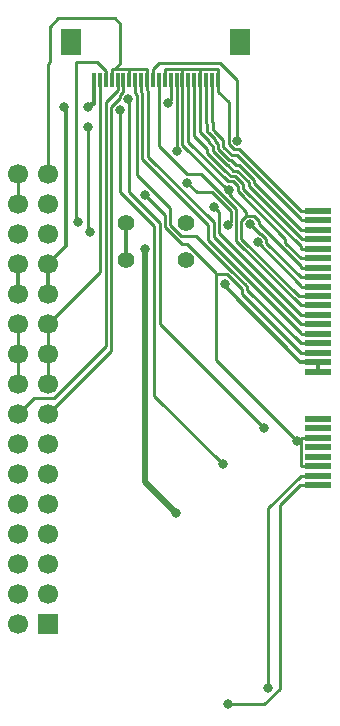
<source format=gbr>
%TF.GenerationSoftware,KiCad,Pcbnew,9.0.2*%
%TF.CreationDate,2025-06-23T14:55:44-04:00*%
%TF.ProjectId,uconsole-expansion-card-template,75636f6e-736f-46c6-952d-657870616e73,0.1*%
%TF.SameCoordinates,Original*%
%TF.FileFunction,Copper,L1,Top*%
%TF.FilePolarity,Positive*%
%FSLAX46Y46*%
G04 Gerber Fmt 4.6, Leading zero omitted, Abs format (unit mm)*
G04 Created by KiCad (PCBNEW 9.0.2) date 2025-06-23 14:55:44*
%MOMM*%
%LPD*%
G01*
G04 APERTURE LIST*
%TA.AperFunction,ComponentPad*%
%ADD10C,1.400000*%
%TD*%
%TA.AperFunction,ConnectorPad*%
%ADD11R,2.300000X0.600000*%
%TD*%
%TA.AperFunction,SMDPad,CuDef*%
%ADD12R,0.300000X1.300000*%
%TD*%
%TA.AperFunction,SMDPad,CuDef*%
%ADD13R,1.800000X2.200000*%
%TD*%
%TA.AperFunction,ComponentPad*%
%ADD14R,1.700000X1.700000*%
%TD*%
%TA.AperFunction,ComponentPad*%
%ADD15C,1.700000*%
%TD*%
%TA.AperFunction,ViaPad*%
%ADD16C,0.800000*%
%TD*%
%TA.AperFunction,Conductor*%
%ADD17C,0.250000*%
%TD*%
%TA.AperFunction,Conductor*%
%ADD18C,0.300000*%
%TD*%
%TA.AperFunction,Conductor*%
%ADD19C,0.500000*%
%TD*%
G04 APERTURE END LIST*
D10*
%TO.P,R2,1*%
%TO.N,+3V3*%
X100210000Y-92750000D03*
%TO.P,R2,2*%
%TO.N,unconnected-(R2-Pad2)*%
X105290000Y-92750000D03*
%TD*%
%TO.P,R1,1*%
%TO.N,+3V3*%
X100210000Y-89600000D03*
%TO.P,R1,2*%
%TO.N,/GPIO45{slash}I2C_SCL*%
X105290000Y-89600000D03*
%TD*%
D11*
%TO.P,U3,1,SPK_LP*%
%TO.N,/SPEAKER_LP*%
X116485000Y-111780000D03*
%TO.P,U3,3,SPK_LN*%
%TO.N,/SPEAKER_LN*%
X116485000Y-110980000D03*
%TO.P,U3,5,GND*%
%TO.N,GND*%
X116485000Y-110180000D03*
%TO.P,U3,7,USB3_DP*%
%TO.N,/USB3_D+*%
X116485000Y-109380000D03*
%TO.P,U3,9,USB3_DM*%
%TO.N,/USB3_D-*%
X116485000Y-108580000D03*
%TO.P,U3,11,GND*%
%TO.N,GND*%
X116485000Y-107780000D03*
%TO.P,U3,13,USB4_DP*%
%TO.N,/USB4_D+*%
X116485000Y-106980000D03*
%TO.P,U3,15,USB4_DM*%
%TO.N,/USB4_D-*%
X116485000Y-106180000D03*
%TO.P,U3,17,3V3*%
%TO.N,+3V3*%
X116485000Y-102180000D03*
%TO.P,U3,19,3V3*%
X116485000Y-101380000D03*
%TO.P,U3,21,GND*%
%TO.N,GND*%
X116485000Y-100580000D03*
%TO.P,U3,23,CAM1_DP3*%
%TO.N,/CAM1_DP3*%
X116485000Y-99780000D03*
%TO.P,U3,25,CAM1_DN3*%
%TO.N,/CAM1_DN3*%
X116485000Y-98980000D03*
%TO.P,U3,27,GND*%
%TO.N,GND*%
X116485000Y-98180000D03*
%TO.P,U3,29,CAM1_DP2*%
%TO.N,/CAM1_DP2*%
X116485000Y-97380000D03*
%TO.P,U3,31,CAM1_DN2*%
%TO.N,/CAM1_DN2*%
X116485000Y-96580000D03*
%TO.P,U3,33,GND*%
%TO.N,GND*%
X116485000Y-95780000D03*
%TO.P,U3,35,CAM1_CP*%
%TO.N,/CAM1_CP*%
X116485000Y-94980000D03*
%TO.P,U3,37,CAM1_CN*%
%TO.N,/CAM1_CN*%
X116485000Y-94180000D03*
%TO.P,U3,39,GND*%
%TO.N,GND*%
X116485000Y-93380000D03*
%TO.P,U3,41,CAM1_DP1*%
%TO.N,/CAM1_DP1*%
X116485000Y-92580000D03*
%TO.P,U3,43,CAM1_DN1*%
%TO.N,/CAM1_DN1*%
X116485000Y-91780000D03*
%TO.P,U3,45,GND*%
%TO.N,GND*%
X116485000Y-90980000D03*
%TO.P,U3,47,CAM1_DP0*%
%TO.N,/CAM1_DP0*%
X116485000Y-90180000D03*
%TO.P,U3,49,CAM1_DN0*%
%TO.N,/CAM1_DN0*%
X116485000Y-89380000D03*
%TO.P,U3,51,GND*%
%TO.N,GND*%
X116485000Y-88580000D03*
%TD*%
D12*
%TO.P,J2,1,Pin_1*%
%TO.N,GND*%
X108000000Y-77500000D03*
%TO.P,J2,2,Pin_2*%
%TO.N,/CAM1_DN0*%
X107500000Y-77500000D03*
%TO.P,J2,3,Pin_3*%
%TO.N,/CAM1_DP0*%
X107000000Y-77500000D03*
%TO.P,J2,4,Pin_4*%
%TO.N,GND*%
X106500000Y-77500000D03*
%TO.P,J2,5,Pin_5*%
%TO.N,/CAM1_DN1*%
X106000000Y-77500000D03*
%TO.P,J2,6,Pin_6*%
%TO.N,/CAM1_DP1*%
X105500000Y-77500000D03*
%TO.P,J2,7,Pin_7*%
%TO.N,GND*%
X105000000Y-77500000D03*
%TO.P,J2,8,Pin_8*%
%TO.N,/CAM1_CN*%
X104500000Y-77500000D03*
%TO.P,J2,9,Pin_9*%
%TO.N,/CAM1_CP*%
X104000000Y-77500000D03*
%TO.P,J2,10,Pin_10*%
%TO.N,GND*%
X103500000Y-77500000D03*
%TO.P,J2,11,Pin_11*%
%TO.N,/CAM1_DN2*%
X103000000Y-77500000D03*
%TO.P,J2,12,Pin_12*%
%TO.N,/CAM1_DP2*%
X102500000Y-77500000D03*
%TO.P,J2,13,Pin_13*%
%TO.N,GND*%
X102000000Y-77500000D03*
%TO.P,J2,14,Pin_14*%
%TO.N,/CAM1_DN3*%
X101500000Y-77500000D03*
%TO.P,J2,15,Pin_15*%
%TO.N,/CAM1_DP3*%
X101000000Y-77500000D03*
%TO.P,J2,16,Pin_16*%
%TO.N,GND*%
X100500000Y-77500000D03*
%TO.P,J2,17,Pin_17*%
%TO.N,/GPIO42{slash}CAM_EN*%
X100000000Y-77500000D03*
%TO.P,J2,18,Pin_18*%
%TO.N,/GPIO43{slash}CAM_LED*%
X99500000Y-77500000D03*
%TO.P,J2,19,Pin_19*%
%TO.N,GND*%
X99000000Y-77500000D03*
%TO.P,J2,20,Pin_20*%
%TO.N,/GPIO45{slash}I2C_SCL*%
X98500000Y-77500000D03*
%TO.P,J2,21,Pin_21*%
%TO.N,/GPIO44{slash}I2C_SDA*%
X98000000Y-77500000D03*
%TO.P,J2,22,Pin_22*%
%TO.N,+3V3*%
X97500000Y-77500000D03*
D13*
%TO.P,J2,MP*%
%TO.N,N/C*%
X109900000Y-74250000D03*
X95600000Y-74250000D03*
%TD*%
D14*
%TO.P,J1,1,Pin_1*%
%TO.N,/GPIO28*%
X93625000Y-123550000D03*
D15*
%TO.P,J1,2,Pin_2*%
%TO.N,/GPIO29*%
X91085000Y-123550000D03*
%TO.P,J1,3,Pin_3*%
%TO.N,/GPIO30*%
X93625000Y-121010000D03*
%TO.P,J1,4,Pin_4*%
%TO.N,/GPIO31*%
X91085000Y-121010000D03*
%TO.P,J1,5,Pin_5*%
%TO.N,/GPIO32*%
X93625000Y-118470000D03*
%TO.P,J1,6,Pin_6*%
%TO.N,/GPIO33*%
X91085000Y-118470000D03*
%TO.P,J1,7,Pin_7*%
%TO.N,/GPIO34*%
X93625000Y-115930000D03*
%TO.P,J1,8,Pin_8*%
%TO.N,/GPIO35*%
X91085000Y-115930000D03*
%TO.P,J1,9,Pin_9*%
%TO.N,/GPIO36*%
X93625000Y-113390000D03*
%TO.P,J1,10,Pin_10*%
%TO.N,/GPIO37*%
X91085000Y-113390000D03*
%TO.P,J1,11,Pin_11*%
%TO.N,/GPIO38*%
X93625000Y-110850000D03*
%TO.P,J1,12,Pin_12*%
%TO.N,/GPIO39*%
X91085000Y-110850000D03*
%TO.P,J1,13,Pin_13*%
%TO.N,/GPIO40*%
X93625000Y-108310000D03*
%TO.P,J1,14,Pin_14*%
%TO.N,/GPIO41*%
X91085000Y-108310000D03*
%TO.P,J1,15,Pin_15*%
%TO.N,/GPIO42{slash}CAM_EN*%
X93625000Y-105770000D03*
%TO.P,J1,16,Pin_16*%
%TO.N,/GPIO43{slash}CAM_LED*%
X91085000Y-105770000D03*
%TO.P,J1,17,Pin_17*%
%TO.N,/GPIO44{slash}I2C_SDA*%
X93625000Y-103230000D03*
%TO.P,J1,18,Pin_18*%
%TO.N,/GPIO45{slash}I2C_SCL*%
X91085000Y-103230000D03*
%TO.P,J1,19,Pin_19*%
%TO.N,/GPIO44{slash}I2C_SDA*%
X93625000Y-100690000D03*
%TO.P,J1,20,Pin_20*%
%TO.N,/GPIO45{slash}I2C_SCL*%
X91085000Y-100690000D03*
%TO.P,J1,21,Pin_21*%
%TO.N,/GPIO44{slash}I2C_SDA*%
X93625000Y-98150000D03*
%TO.P,J1,22,Pin_22*%
%TO.N,/GPIO45{slash}I2C_SCL*%
X91085000Y-98150000D03*
%TO.P,J1,23,Pin_23*%
%TO.N,+3V3*%
X93625000Y-95610000D03*
%TO.P,J1,24,Pin_24*%
X91085000Y-95610000D03*
%TO.P,J1,25,Pin_25*%
X93625000Y-93070000D03*
%TO.P,J1,26,Pin_26*%
X91085000Y-93070000D03*
%TO.P,J1,27,Pin_27*%
%TO.N,+5V*%
X93625000Y-90530000D03*
%TO.P,J1,28,Pin_28*%
X91085000Y-90530000D03*
%TO.P,J1,29,Pin_29*%
%TO.N,GND*%
X93625000Y-87990000D03*
%TO.P,J1,30,Pin_30*%
X91085000Y-87990000D03*
%TO.P,J1,31,Pin_31*%
X93625000Y-85450000D03*
%TO.P,J1,32,Pin_32*%
X91085000Y-85450000D03*
%TD*%
D16*
%TO.N,+3V3*%
X97000000Y-79750000D03*
%TO.N,/GPIO45{slash}I2C_SCL*%
X96175000Y-89473500D03*
%TO.N,+3V3*%
X108562600Y-94761400D03*
X95000000Y-79750000D03*
%TO.N,GND*%
X114706400Y-108045400D03*
X101832400Y-87210400D03*
X108964000Y-86793900D03*
%TO.N,+5V*%
X104416400Y-114138000D03*
X101815500Y-91811100D03*
%TO.N,/CAM1_CN*%
X105418400Y-86190700D03*
X104521900Y-83512600D03*
X108815100Y-89785100D03*
X110720300Y-89709700D03*
%TO.N,/CAM1_CP*%
X103750000Y-79425000D03*
X96972800Y-81500000D03*
X97137100Y-90385600D03*
X111353000Y-91245800D03*
%TO.N,/CAM1_DP2*%
X109639100Y-82641800D03*
X107671800Y-88214100D03*
%TO.N,/SPEAKER_RN*%
X100424600Y-79087100D03*
X111923900Y-106979800D03*
%TO.N,/SPEAKER_RP*%
X99705000Y-80071400D03*
X108399800Y-110007900D03*
%TO.N,/SPEAKER_LN*%
X112227300Y-128950000D03*
%TO.N,/SPEAKER_LP*%
X108839500Y-130319500D03*
%TD*%
D17*
%TO.N,GND*%
X99750000Y-76023300D02*
X99250000Y-76523300D01*
X99750000Y-72750000D02*
X99750000Y-76023300D01*
X99250000Y-72250000D02*
X99750000Y-72750000D01*
X94500000Y-72250000D02*
X99250000Y-72250000D01*
X93750000Y-73000000D02*
X94500000Y-72250000D01*
X93750000Y-76000000D02*
X93750000Y-73000000D01*
X99250000Y-76523300D02*
X100500000Y-76523300D01*
X93750000Y-76000000D02*
X93625000Y-76125000D01*
D18*
%TO.N,+3V3*%
X97250000Y-79500000D02*
X97000000Y-79750000D01*
X97500000Y-79500000D02*
X97250000Y-79500000D01*
X97500000Y-77500000D02*
X97500000Y-79500000D01*
X95147800Y-79897800D02*
X95147800Y-91547200D01*
X95147800Y-91547200D02*
X93625000Y-93070000D01*
X95000000Y-79750000D02*
X95147800Y-79897800D01*
D17*
%TO.N,/CAM1_CP*%
X96972800Y-81500000D02*
X96972800Y-90221300D01*
%TO.N,/GPIO45{slash}I2C_SCL*%
X98500000Y-76737900D02*
X98500000Y-77500000D01*
X97762100Y-76000000D02*
X98500000Y-76737900D01*
X95945500Y-89244000D02*
X95945500Y-76000000D01*
X95945500Y-76000000D02*
X97762100Y-76000000D01*
X96175000Y-89473500D02*
X95945500Y-89244000D01*
%TO.N,GND*%
X93625000Y-76125000D02*
X93625000Y-85450000D01*
%TO.N,/GPIO43{slash}CAM_LED*%
X99500000Y-78343700D02*
X99500000Y-77500000D01*
X98509800Y-79333900D02*
X99500000Y-78343700D01*
X98509800Y-100016400D02*
X98509800Y-79333900D01*
X94119500Y-104406700D02*
X98509800Y-100016400D01*
X92448300Y-104406700D02*
X94119500Y-104406700D01*
X91085000Y-105770000D02*
X92448300Y-104406700D01*
%TO.N,/GPIO42{slash}CAM_EN*%
X98978300Y-100416700D02*
X93625000Y-105770000D01*
X98978300Y-79770500D02*
X98978300Y-100416700D01*
X99697900Y-79050900D02*
X98978300Y-79770500D01*
X99697900Y-78784600D02*
X99697900Y-79050900D01*
X100000000Y-78482500D02*
X99697900Y-78784600D01*
X100000000Y-77500000D02*
X100000000Y-78482500D01*
%TO.N,/GPIO44{slash}I2C_SDA*%
X93625000Y-98150000D02*
X93625000Y-100690000D01*
X93625000Y-103230000D02*
X93625000Y-100690000D01*
X98000000Y-93775000D02*
X98000000Y-77500000D01*
X93625000Y-98150000D02*
X98000000Y-93775000D01*
%TO.N,/GPIO45{slash}I2C_SCL*%
X91085000Y-103230000D02*
X91085000Y-100690000D01*
X91085000Y-98150000D02*
X91085000Y-100690000D01*
D18*
%TO.N,+3V3*%
X100210000Y-92750000D02*
X100210000Y-89600000D01*
X91085000Y-95610000D02*
X91085000Y-93070000D01*
X116485000Y-102180000D02*
X116485000Y-101380000D01*
X116485000Y-101380000D02*
X114983300Y-101380000D01*
X93625000Y-95610000D02*
X93625000Y-93070000D01*
X108562700Y-94761400D02*
X108562600Y-94761400D01*
X108562700Y-94959400D02*
X108562700Y-94761400D01*
X114983300Y-101380000D02*
X108562700Y-94959400D01*
D17*
%TO.N,GND*%
X91085000Y-87990000D02*
X91085000Y-85450000D01*
X99000000Y-76523300D02*
X99250000Y-76523300D01*
X116485000Y-110180000D02*
X115008300Y-110180000D01*
X116485000Y-107780000D02*
X115010000Y-107780000D01*
X100500000Y-76525000D02*
X100500000Y-76524800D01*
X106500000Y-76523300D02*
X105000000Y-76523300D01*
X106501500Y-76523300D02*
X106500000Y-76524800D01*
X108000000Y-76523300D02*
X106501500Y-76523300D01*
X106500000Y-77500000D02*
X106500000Y-76524800D01*
X106500000Y-76524800D02*
X106500000Y-76523300D01*
X108000000Y-77500000D02*
X108000000Y-76523300D01*
X105000000Y-76525000D02*
X105000000Y-76524800D01*
X105000000Y-76524800D02*
X105000000Y-76523300D01*
X103501500Y-76523300D02*
X103500000Y-76524800D01*
X104998500Y-76523300D02*
X103501500Y-76523300D01*
X105000000Y-76524800D02*
X104998500Y-76523300D01*
X99000000Y-77500000D02*
X99000000Y-76524800D01*
X99000000Y-76524800D02*
X99000000Y-76523300D01*
X116485000Y-88580000D02*
X115008300Y-88580000D01*
X116485000Y-90980000D02*
X115746700Y-90980000D01*
X100500000Y-77012500D02*
X100500000Y-76525000D01*
X100500000Y-77012500D02*
X100500000Y-77500000D01*
X102000000Y-77011600D02*
X102000000Y-77500000D01*
X116485000Y-98180000D02*
X115008300Y-98180000D01*
X115008300Y-107781700D02*
X115008300Y-108045400D01*
X115010000Y-107780000D02*
X115008300Y-107781700D01*
X115008300Y-108045400D02*
X115008300Y-110180000D01*
X100500000Y-76524800D02*
X100500000Y-76524000D01*
X100500000Y-76524000D02*
X100500000Y-76523300D01*
X101999300Y-76523300D02*
X102000000Y-76524000D01*
X100500700Y-76523300D02*
X101999300Y-76523300D01*
X100500000Y-76524000D02*
X100500700Y-76523300D01*
X115008300Y-108045400D02*
X114706400Y-108045400D01*
X116485000Y-100580000D02*
X115008300Y-100580000D01*
X105000000Y-77012500D02*
X105000000Y-76525000D01*
X105000000Y-77012500D02*
X105000000Y-77500000D01*
X116485000Y-95780000D02*
X115008300Y-95780000D01*
X103506100Y-88884100D02*
X101832400Y-87210400D01*
X103506100Y-89912100D02*
X103506100Y-88884100D01*
X104983500Y-91389500D02*
X103506100Y-89912100D01*
X105381600Y-91389500D02*
X104983500Y-91389500D01*
X107849800Y-93857700D02*
X105381600Y-91389500D01*
X107849800Y-93950700D02*
X107849800Y-93857700D01*
X102000000Y-76525000D02*
X102000000Y-76524800D01*
X102000000Y-77011600D02*
X102000000Y-76525000D01*
X102000000Y-76524800D02*
X102000000Y-76524000D01*
X116485000Y-93380000D02*
X115008300Y-93380000D01*
X108000000Y-77500000D02*
X108000000Y-78476700D01*
X103500000Y-77125000D02*
X103500000Y-76524800D01*
X103500000Y-77125000D02*
X103500000Y-77500000D01*
X108912400Y-79389100D02*
X108000000Y-78476700D01*
X108912400Y-82942700D02*
X108912400Y-79389100D01*
X109338200Y-83368500D02*
X108912400Y-82942700D01*
X109796800Y-83368500D02*
X109338200Y-83368500D01*
X115008300Y-88580000D02*
X109796800Y-83368500D01*
X107835900Y-101174900D02*
X114706400Y-108045400D01*
X107835900Y-93964600D02*
X107835900Y-101174900D01*
X107849800Y-93950700D02*
X107835900Y-93964600D01*
X110036000Y-95607700D02*
X115008300Y-100580000D01*
X110036000Y-95206800D02*
X110036000Y-95607700D01*
X108779900Y-93950700D02*
X110036000Y-95206800D01*
X107849800Y-93950700D02*
X108779900Y-93950700D01*
X106500000Y-81910400D02*
X106500000Y-77500000D01*
X107259700Y-82670100D02*
X106500000Y-81910400D01*
X107259700Y-82817600D02*
X107259700Y-82670100D01*
X107557300Y-83115200D02*
X107259700Y-82817600D01*
X107557300Y-83504000D02*
X107557300Y-83115200D01*
X108776900Y-84723600D02*
X107557300Y-83504000D01*
X108844300Y-84723600D02*
X108776900Y-84723600D01*
X109284500Y-85163800D02*
X108844300Y-84723600D01*
X109639200Y-85163800D02*
X109284500Y-85163800D01*
X110594100Y-86118700D02*
X109639200Y-85163800D01*
X110594100Y-86473400D02*
X110594100Y-86118700D01*
X115100700Y-90980000D02*
X110594100Y-86473400D01*
X115746700Y-90980000D02*
X115100700Y-90980000D01*
X107636700Y-90808400D02*
X115008300Y-98180000D01*
X107636700Y-89554900D02*
X107636700Y-90808400D01*
X102075700Y-83993900D02*
X107636700Y-89554900D01*
X102075700Y-78431300D02*
X102075700Y-83993900D01*
X102000000Y-78355600D02*
X102075700Y-78431300D01*
X102000000Y-77500000D02*
X102000000Y-78355600D01*
X105000000Y-82963000D02*
X105000000Y-77500000D01*
X108897500Y-86860400D02*
X105000000Y-82963000D01*
X108897500Y-86860400D02*
X108964000Y-86793900D01*
X108897400Y-86860500D02*
X108897500Y-86860400D01*
X108897400Y-87114100D02*
X108897400Y-86860500D01*
X110419400Y-88636100D02*
X108897400Y-87114100D01*
X110419400Y-88983000D02*
X110419400Y-88636100D01*
X111021300Y-88983000D02*
X110419400Y-88983000D01*
X111447000Y-89408700D02*
X111021300Y-88983000D01*
X111447000Y-89673300D02*
X111447000Y-89408700D01*
X115008300Y-93234600D02*
X111447000Y-89673300D01*
X115008300Y-93380000D02*
X115008300Y-93234600D01*
X114859600Y-95780000D02*
X115008300Y-95780000D01*
X109993600Y-90914000D02*
X114859600Y-95780000D01*
X109993600Y-89408800D02*
X109993600Y-90914000D01*
X110419400Y-88983000D02*
X109993600Y-89408800D01*
D19*
%TO.N,+5V*%
X101815500Y-111537100D02*
X101815500Y-91811100D01*
X104416400Y-114138000D02*
X101815500Y-111537100D01*
D17*
%TO.N,/CAM1_DN0*%
X116485000Y-89380000D02*
X115008300Y-89380000D01*
X107685100Y-81817900D02*
X107548000Y-81680800D01*
X107685100Y-81817900D02*
X107548000Y-81680800D01*
X107500000Y-81020100D02*
X107500000Y-77500000D01*
X107548000Y-81068100D02*
X107500000Y-81020100D01*
X107548000Y-81680800D02*
X107548000Y-81068100D01*
X108460700Y-82593500D02*
X107685100Y-81817900D01*
X108460700Y-83129800D02*
X108460700Y-82593500D01*
X109151100Y-83820200D02*
X108460700Y-83129800D01*
X109573200Y-83820200D02*
X109151100Y-83820200D01*
X115008300Y-89255300D02*
X109573200Y-83820200D01*
X115008300Y-89380000D02*
X115008300Y-89255300D01*
%TO.N,/CAM1_DP0*%
X116485000Y-90180000D02*
X115008300Y-90180000D01*
X107233400Y-82005000D02*
X107096300Y-81867900D01*
X107233400Y-82005000D02*
X107096300Y-81867900D01*
X107000000Y-81158900D02*
X107000000Y-77500000D01*
X107096300Y-81255200D02*
X107000000Y-81158900D01*
X107096300Y-81867900D02*
X107096300Y-81255200D01*
X107711400Y-82483000D02*
X107233400Y-82005000D01*
X107711400Y-82630500D02*
X107711400Y-82483000D01*
X108009000Y-82928100D02*
X107711400Y-82630500D01*
X108009000Y-83316900D02*
X108009000Y-82928100D01*
X108964000Y-84271900D02*
X108009000Y-83316900D01*
X109100200Y-84271900D02*
X108964000Y-84271900D01*
X109540400Y-84712100D02*
X109100200Y-84271900D01*
X109826300Y-84712100D02*
X109540400Y-84712100D01*
X111045800Y-85931600D02*
X109826300Y-84712100D01*
X111045800Y-86217500D02*
X111045800Y-85931600D01*
X115008300Y-90180000D02*
X111045800Y-86217500D01*
%TO.N,/CAM1_DN1*%
X116485000Y-91780000D02*
X115008300Y-91780000D01*
X106000000Y-82196700D02*
X106000000Y-77500000D01*
X107105600Y-83302300D02*
X106000000Y-82196700D01*
X107105600Y-83691100D02*
X107105600Y-83302300D01*
X108589800Y-85175300D02*
X107105600Y-83691100D01*
X108640700Y-85175300D02*
X108589800Y-85175300D01*
X109080900Y-85615500D02*
X108640700Y-85175300D01*
X109452100Y-85615500D02*
X109080900Y-85615500D01*
X110142400Y-86305800D02*
X109452100Y-85615500D01*
X110142400Y-86677000D02*
X110142400Y-86305800D01*
X115008300Y-91542900D02*
X110142400Y-86677000D01*
X115008300Y-91780000D02*
X115008300Y-91542900D01*
%TO.N,/CAM1_DP1*%
X116485000Y-92580000D02*
X115008300Y-92580000D01*
X105500000Y-82724300D02*
X105500000Y-77500000D01*
X108842900Y-86067200D02*
X105500000Y-82724300D01*
X109265000Y-86067200D02*
X108842900Y-86067200D01*
X109690700Y-86492900D02*
X109265000Y-86067200D01*
X109690700Y-86915000D02*
X109690700Y-86492900D01*
X113721600Y-90945900D02*
X109690700Y-86915000D01*
X113721600Y-91293300D02*
X113721600Y-90945900D01*
X115008300Y-92580000D02*
X113721600Y-91293300D01*
%TO.N,/CAM1_CN*%
X104500000Y-77500000D02*
X104500000Y-78476700D01*
X109071800Y-89528400D02*
X108815100Y-89785100D01*
X109071800Y-88568400D02*
X109071800Y-89528400D01*
X107514000Y-87010600D02*
X109071800Y-88568400D01*
X106238300Y-87010600D02*
X107514000Y-87010600D01*
X105418400Y-86190700D02*
X106238300Y-87010600D01*
X104500000Y-83490700D02*
X104500000Y-78476700D01*
X104521900Y-83512600D02*
X104500000Y-83490700D01*
X104521900Y-83512600D02*
X104500000Y-83490700D01*
X104500000Y-83490700D02*
X104521900Y-83512600D01*
X105418400Y-86190700D02*
X105688900Y-86461200D01*
X105688900Y-86461200D02*
X105418400Y-86190700D01*
X116485000Y-94180000D02*
X115008300Y-94180000D01*
X111529700Y-90519100D02*
X110720300Y-89709700D01*
X111654000Y-90519100D02*
X111529700Y-90519100D01*
X112079700Y-90944800D02*
X111654000Y-90519100D01*
X112079700Y-91251400D02*
X112079700Y-90944800D01*
X115008300Y-94180000D02*
X112079700Y-91251400D01*
%TO.N,/CAM1_CP*%
X104000000Y-79175000D02*
X103750000Y-79425000D01*
X104000000Y-77500000D02*
X104000000Y-79175000D01*
X96972800Y-90221300D02*
X97137100Y-90385600D01*
X115008300Y-94901100D02*
X115008300Y-94980000D01*
X111353000Y-91245800D02*
X115008300Y-94901100D01*
X116485000Y-94980000D02*
X115008300Y-94980000D01*
X97137100Y-90385600D02*
X96972800Y-90221300D01*
X96972800Y-90221300D02*
X97137100Y-90385600D01*
%TO.N,/CAM1_DN2*%
X116485000Y-96580000D02*
X115008300Y-96580000D01*
X109541900Y-91113600D02*
X115008300Y-96580000D01*
X109541900Y-88399700D02*
X109541900Y-91113600D01*
X106606200Y-85464000D02*
X109541900Y-88399700D01*
X105408400Y-85464000D02*
X106606200Y-85464000D01*
X103000000Y-83055600D02*
X105408400Y-85464000D01*
X103000000Y-77500000D02*
X103000000Y-83055600D01*
%TO.N,/CAM1_DP2*%
X109639100Y-77476500D02*
X109639100Y-82641800D01*
X108200900Y-76038300D02*
X109639100Y-77476500D01*
X102985000Y-76038300D02*
X108200900Y-76038300D01*
X102500000Y-76523300D02*
X102985000Y-76038300D01*
X116485000Y-97380000D02*
X115008300Y-97380000D01*
X102500000Y-77500000D02*
X102500000Y-76523300D01*
X108088400Y-90460100D02*
X115008300Y-97380000D01*
X108088400Y-88630700D02*
X108088400Y-90460100D01*
X107671800Y-88214100D02*
X108088400Y-88630700D01*
%TO.N,/CAM1_DN3*%
X116485000Y-98980000D02*
X115008300Y-98980000D01*
X115008300Y-98879800D02*
X115008300Y-98980000D01*
X107185000Y-91056500D02*
X115008300Y-98879800D01*
X107185000Y-89751000D02*
X107185000Y-91056500D01*
X101603000Y-84169000D02*
X107185000Y-89751000D01*
X101603000Y-78597400D02*
X101603000Y-84169000D01*
X101500000Y-78494400D02*
X101603000Y-78597400D01*
X101500000Y-77500000D02*
X101500000Y-78494400D01*
%TO.N,/CAM1_DP3*%
X116485000Y-99780000D02*
X115008300Y-99780000D01*
X109013400Y-93545400D02*
X110336400Y-94868400D01*
X109013400Y-93545300D02*
X109013400Y-93545400D01*
X106133800Y-90665700D02*
X109013400Y-93545300D01*
X104898600Y-90665700D02*
X106133800Y-90665700D01*
X103957800Y-89724900D02*
X104898600Y-90665700D01*
X103957800Y-88308100D02*
X103957800Y-89724900D01*
X101151300Y-85501600D02*
X103957800Y-88308100D01*
X101151300Y-78784500D02*
X101151300Y-85501600D01*
X101000000Y-78633200D02*
X101151300Y-78784500D01*
X101000000Y-77500000D02*
X101000000Y-78633200D01*
X110487700Y-95259400D02*
X115008300Y-99780000D01*
X110487700Y-95019700D02*
X110487700Y-95259400D01*
X110336400Y-94868400D02*
X110487700Y-95019700D01*
X110336400Y-94868400D02*
X110487700Y-95019700D01*
%TO.N,/SPEAKER_RN*%
X100433300Y-79095800D02*
X100424600Y-79087100D01*
X100433300Y-87012300D02*
X100433300Y-79095800D01*
X103054400Y-89633400D02*
X100433300Y-87012300D01*
X103054400Y-98110300D02*
X103054400Y-89633400D01*
X111923900Y-106979800D02*
X103054400Y-98110300D01*
%TO.N,/SPEAKER_RP*%
X102602700Y-104210800D02*
X108399800Y-110007900D01*
X102602700Y-89872400D02*
X102602700Y-104210800D01*
X99705000Y-86974700D02*
X102602700Y-89872400D01*
X99705000Y-80073000D02*
X99705000Y-86974700D01*
X99705000Y-80073000D02*
X99705000Y-80071400D01*
X99705000Y-80071400D02*
X99706600Y-80071400D01*
X99706600Y-80071400D02*
X99705000Y-80071400D01*
%TO.N,/SPEAKER_LN*%
X116485000Y-110980000D02*
X115008300Y-110980000D01*
X112227300Y-113761000D02*
X112227300Y-128950000D01*
X115008300Y-110980000D02*
X112227300Y-113761000D01*
%TO.N,/SPEAKER_LP*%
X116485000Y-111780000D02*
X115008300Y-111780000D01*
X111929000Y-130319500D02*
X108839500Y-130319500D01*
X113228700Y-129019800D02*
X111929000Y-130319500D01*
X113228700Y-113459600D02*
X113228700Y-129019800D01*
X114908300Y-111780000D02*
X113228700Y-113459600D01*
X115008300Y-111780000D02*
X114908300Y-111780000D01*
%TD*%
M02*

</source>
